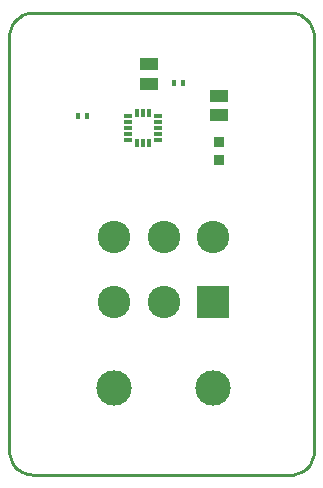
<source format=gts>
G04*
G04 #@! TF.GenerationSoftware,Altium Limited,Altium Designer,21.7.2 (23)*
G04*
G04 Layer_Color=8388736*
%FSLAX25Y25*%
%MOIN*%
G70*
G04*
G04 #@! TF.SameCoordinates,0BC4D904-7686-419A-8D3B-CA4FD0BABD65*
G04*
G04*
G04 #@! TF.FilePolarity,Negative*
G04*
G01*
G75*
%ADD13C,0.01000*%
%ADD14R,0.01575X0.01968*%
%ADD15R,0.05906X0.03937*%
%ADD16R,0.03150X0.01181*%
%ADD17R,0.01181X0.03150*%
%ADD18R,0.03740X0.03740*%
%ADD19C,0.11811*%
%ADD20R,0.10827X0.10827*%
%ADD21C,0.10827*%
D13*
X0Y7062D02*
X178Y6107D01*
X470Y5181D01*
X871Y4297D01*
X1376Y3467D01*
X1976Y2704D01*
X2664Y2018D01*
X3430Y1420D01*
X4262Y919D01*
X5148Y521D01*
X6075Y233D01*
X7030Y58D01*
X8000Y0D01*
X7062Y154000D02*
X6107Y153822D01*
X5181Y153530D01*
X4297Y153129D01*
X3467Y152624D01*
X2704Y152024D01*
X2018Y151336D01*
X1420Y150570D01*
X919Y149738D01*
X521Y148852D01*
X233Y147925D01*
X58Y146969D01*
X0Y146000D01*
X94465Y-68D02*
X95420Y110D01*
X96346Y402D01*
X97231Y803D01*
X98061Y1307D01*
X98824Y1908D01*
X99510Y2596D01*
X100107Y3362D01*
X100609Y4193D01*
X101006Y5079D01*
X101295Y6007D01*
X101469Y6962D01*
X101528Y7932D01*
X101500Y146938D02*
X101322Y147892D01*
X101030Y148819D01*
X100629Y149703D01*
X100124Y150533D01*
X99524Y151296D01*
X98836Y151982D01*
X98070Y152580D01*
X97238Y153081D01*
X96352Y153479D01*
X95425Y153767D01*
X94469Y153942D01*
X93500Y154000D01*
X-0Y146500D02*
X0Y7000D01*
X7062Y154000D02*
X93500Y154000D01*
X8000Y-0D02*
X94500Y0D01*
X101500Y147000D02*
X101500Y7869D01*
D14*
X26075Y119500D02*
D03*
X22925D02*
D03*
X54925Y130500D02*
D03*
X58075D02*
D03*
D15*
X46500Y130252D02*
D03*
Y136748D02*
D03*
X70000Y119752D02*
D03*
Y126248D02*
D03*
D16*
X39480Y119437D02*
D03*
Y117469D02*
D03*
Y115500D02*
D03*
Y113531D02*
D03*
Y111563D02*
D03*
X49520D02*
D03*
Y113531D02*
D03*
Y115500D02*
D03*
Y117469D02*
D03*
Y119437D02*
D03*
D17*
X42531Y110480D02*
D03*
X44500D02*
D03*
X46468D02*
D03*
Y120520D02*
D03*
X44500D02*
D03*
X42531D02*
D03*
D18*
X70000Y105047D02*
D03*
Y110952D02*
D03*
D19*
X34965Y28787D02*
D03*
X68035D02*
D03*
D20*
Y57528D02*
D03*
D21*
X51500D02*
D03*
X34965D02*
D03*
Y79181D02*
D03*
X51500D02*
D03*
X68035D02*
D03*
M02*

</source>
